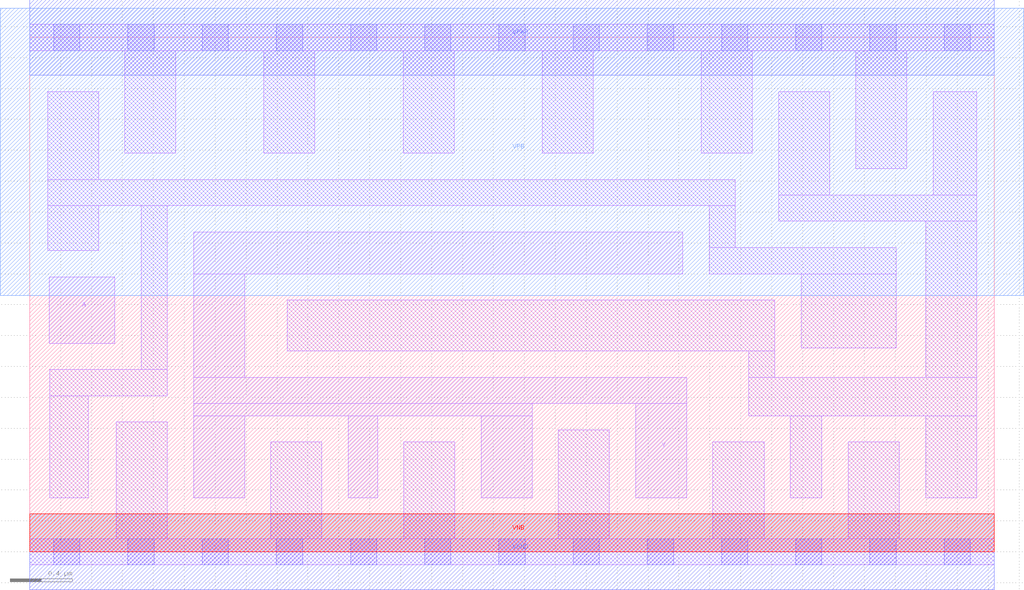
<source format=lef>
# Copyright 2020 The SkyWater PDK Authors
#
# Licensed under the Apache License, Version 2.0 (the "License");
# you may not use this file except in compliance with the License.
# You may obtain a copy of the License at
#
#     https://www.apache.org/licenses/LICENSE-2.0
#
# Unless required by applicable law or agreed to in writing, software
# distributed under the License is distributed on an "AS IS" BASIS,
# WITHOUT WARRANTIES OR CONDITIONS OF ANY KIND, either express or implied.
# See the License for the specific language governing permissions and
# limitations under the License.
#
# SPDX-License-Identifier: Apache-2.0

VERSION 5.7 ;
  NOWIREEXTENSIONATPIN ON ;
  DIVIDERCHAR "/" ;
  BUSBITCHARS "[]" ;
MACRO sky130_fd_sc_ls__bufinv_8
  CLASS CORE ;
  FOREIGN sky130_fd_sc_ls__bufinv_8 ;
  ORIGIN  0.000000  0.000000 ;
  SIZE  6.240000 BY  3.330000 ;
  SYMMETRY X Y ;
  SITE unit ;
  PIN A
    ANTENNAGATEAREA  0.279000 ;
    DIRECTION INPUT ;
    USE SIGNAL ;
    PORT
      LAYER li1 ;
        RECT 0.125000 1.350000 0.550000 1.780000 ;
    END
  END A
  PIN Y
    ANTENNADIFFAREA  2.385000 ;
    DIRECTION OUTPUT ;
    USE SIGNAL ;
    PORT
      LAYER li1 ;
        RECT 1.060000 0.350000 1.390000 0.880000 ;
        RECT 1.060000 0.880000 3.250000 0.960000 ;
        RECT 1.060000 0.960000 4.250000 1.130000 ;
        RECT 1.060000 1.130000 1.390000 1.800000 ;
        RECT 1.060000 1.800000 4.225000 2.070000 ;
        RECT 2.060000 0.350000 2.250000 0.880000 ;
        RECT 2.920000 0.350000 3.250000 0.880000 ;
        RECT 3.920000 0.350000 4.250000 0.960000 ;
    END
  END Y
  PIN VGND
    DIRECTION INOUT ;
    SHAPE ABUTMENT ;
    USE GROUND ;
    PORT
      LAYER met1 ;
        RECT 0.000000 -0.245000 6.240000 0.245000 ;
    END
  END VGND
  PIN VNB
    DIRECTION INOUT ;
    USE GROUND ;
    PORT
      LAYER pwell ;
        RECT 0.000000 0.000000 6.240000 0.245000 ;
    END
  END VNB
  PIN VPB
    DIRECTION INOUT ;
    USE POWER ;
    PORT
      LAYER nwell ;
        RECT -0.190000 1.660000 6.430000 3.520000 ;
    END
  END VPB
  PIN VPWR
    DIRECTION INOUT ;
    SHAPE ABUTMENT ;
    USE POWER ;
    PORT
      LAYER met1 ;
        RECT 0.000000 3.085000 6.240000 3.575000 ;
    END
  END VPWR
  OBS
    LAYER li1 ;
      RECT 0.000000 -0.085000 6.240000 0.085000 ;
      RECT 0.000000  3.245000 6.240000 3.415000 ;
      RECT 0.115000  1.950000 0.445000 2.240000 ;
      RECT 0.115000  2.240000 4.565000 2.410000 ;
      RECT 0.115000  2.410000 0.445000 2.980000 ;
      RECT 0.130000  0.350000 0.380000 1.010000 ;
      RECT 0.130000  1.010000 0.890000 1.180000 ;
      RECT 0.560000  0.085000 0.890000 0.840000 ;
      RECT 0.615000  2.580000 0.945000 3.245000 ;
      RECT 0.720000  1.180000 0.890000 2.240000 ;
      RECT 1.515000  2.580000 1.845000 3.245000 ;
      RECT 1.560000  0.085000 1.890000 0.710000 ;
      RECT 1.665000  1.300000 4.820000 1.630000 ;
      RECT 2.415000  2.580000 2.745000 3.245000 ;
      RECT 2.420000  0.085000 2.750000 0.710000 ;
      RECT 3.315000  2.580000 3.645000 3.245000 ;
      RECT 3.420000  0.085000 3.750000 0.790000 ;
      RECT 4.345000  2.580000 4.675000 3.245000 ;
      RECT 4.395000  1.800000 5.605000 1.970000 ;
      RECT 4.395000  1.970000 4.565000 2.240000 ;
      RECT 4.420000  0.085000 4.750000 0.710000 ;
      RECT 4.650000  0.880000 6.125000 1.130000 ;
      RECT 4.650000  1.130000 4.820000 1.300000 ;
      RECT 4.845000  2.140000 6.125000 2.310000 ;
      RECT 4.845000  2.310000 5.175000 2.980000 ;
      RECT 4.920000  0.350000 5.125000 0.880000 ;
      RECT 4.990000  1.320000 5.605000 1.800000 ;
      RECT 5.295000  0.085000 5.625000 0.710000 ;
      RECT 5.345000  2.480000 5.675000 3.245000 ;
      RECT 5.795000  0.350000 6.125000 0.880000 ;
      RECT 5.795000  1.130000 6.125000 2.140000 ;
      RECT 5.845000  2.310000 6.125000 2.980000 ;
    LAYER mcon ;
      RECT 0.155000 -0.085000 0.325000 0.085000 ;
      RECT 0.155000  3.245000 0.325000 3.415000 ;
      RECT 0.635000 -0.085000 0.805000 0.085000 ;
      RECT 0.635000  3.245000 0.805000 3.415000 ;
      RECT 1.115000 -0.085000 1.285000 0.085000 ;
      RECT 1.115000  3.245000 1.285000 3.415000 ;
      RECT 1.595000 -0.085000 1.765000 0.085000 ;
      RECT 1.595000  3.245000 1.765000 3.415000 ;
      RECT 2.075000 -0.085000 2.245000 0.085000 ;
      RECT 2.075000  3.245000 2.245000 3.415000 ;
      RECT 2.555000 -0.085000 2.725000 0.085000 ;
      RECT 2.555000  3.245000 2.725000 3.415000 ;
      RECT 3.035000 -0.085000 3.205000 0.085000 ;
      RECT 3.035000  3.245000 3.205000 3.415000 ;
      RECT 3.515000 -0.085000 3.685000 0.085000 ;
      RECT 3.515000  3.245000 3.685000 3.415000 ;
      RECT 3.995000 -0.085000 4.165000 0.085000 ;
      RECT 3.995000  3.245000 4.165000 3.415000 ;
      RECT 4.475000 -0.085000 4.645000 0.085000 ;
      RECT 4.475000  3.245000 4.645000 3.415000 ;
      RECT 4.955000 -0.085000 5.125000 0.085000 ;
      RECT 4.955000  3.245000 5.125000 3.415000 ;
      RECT 5.435000 -0.085000 5.605000 0.085000 ;
      RECT 5.435000  3.245000 5.605000 3.415000 ;
      RECT 5.915000 -0.085000 6.085000 0.085000 ;
      RECT 5.915000  3.245000 6.085000 3.415000 ;
  END
END sky130_fd_sc_ls__bufinv_8
END LIBRARY

</source>
